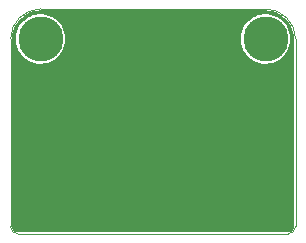
<source format=gbr>
%TF.GenerationSoftware,KiCad,Pcbnew,5.99.0-unknown-0e3b001c51~134~ubuntu20.04.1*%
%TF.CreationDate,2021-11-30T16:29:56+01:00*%
%TF.ProjectId,accelerometer,61636365-6c65-4726-9f6d-657465722e6b,0.0.1*%
%TF.SameCoordinates,Original*%
%TF.FileFunction,Copper,L2,Bot*%
%TF.FilePolarity,Positive*%
%FSLAX46Y46*%
G04 Gerber Fmt 4.6, Leading zero omitted, Abs format (unit mm)*
G04 Created by KiCad (PCBNEW 5.99.0-unknown-0e3b001c51~134~ubuntu20.04.1) date 2021-11-30 16:29:56*
%MOMM*%
%LPD*%
G01*
G04 APERTURE LIST*
%TA.AperFunction,Profile*%
%ADD10C,0.100000*%
%TD*%
%TA.AperFunction,ComponentPad*%
%ADD11C,3.800000*%
%TD*%
%TA.AperFunction,ViaPad*%
%ADD12C,0.800000*%
%TD*%
G04 APERTURE END LIST*
D10*
X158115000Y-87503000D02*
G75*
G03*
X155575000Y-84963000I-2540000J0D01*
G01*
X133985000Y-103378000D02*
X133985000Y-87503000D01*
X158115000Y-103378000D02*
X158115000Y-87503000D01*
X133985000Y-103378000D02*
G75*
G03*
X134620000Y-104013000I635000J0D01*
G01*
X136525000Y-84963000D02*
G75*
G03*
X133985000Y-87503000I0J-2540000D01*
G01*
X155575000Y-84963000D02*
X136525000Y-84963000D01*
X158115000Y-103378000D02*
G75*
G02*
X157480000Y-104013000I-635000J0D01*
G01*
X134620000Y-104013000D02*
X157480000Y-104013000D01*
D11*
%TO.P,H3,1*%
%TO.N,N/C*%
X155575000Y-87503000D03*
%TD*%
%TO.P,H4,1*%
%TO.N,N/C*%
X136525000Y-87503000D03*
%TD*%
D12*
%TO.N,GND*%
X139573000Y-87757000D03*
X151384000Y-92456000D03*
X146812000Y-93726000D03*
X152273000Y-87503000D03*
%TD*%
%TA.AperFunction,Conductor*%
%TO.N,GND*%
G36*
X155543113Y-85090187D02*
G01*
X155558976Y-85090187D01*
X155575000Y-85094480D01*
X155585812Y-85091583D01*
X155588546Y-85092385D01*
X155588640Y-85090825D01*
X155858248Y-85107134D01*
X155873352Y-85108968D01*
X156144971Y-85158744D01*
X156159744Y-85162385D01*
X156423392Y-85244541D01*
X156437610Y-85249933D01*
X156689434Y-85363270D01*
X156702890Y-85370333D01*
X156939216Y-85513196D01*
X156951737Y-85521838D01*
X156954223Y-85523786D01*
X157169121Y-85692148D01*
X157180509Y-85702238D01*
X157375762Y-85897491D01*
X157385852Y-85908879D01*
X157521355Y-86081835D01*
X157556161Y-86126262D01*
X157564803Y-86138783D01*
X157707667Y-86375110D01*
X157714730Y-86388566D01*
X157727144Y-86416149D01*
X157828065Y-86640386D01*
X157833459Y-86654608D01*
X157838531Y-86670883D01*
X157915615Y-86918256D01*
X157919256Y-86933029D01*
X157969032Y-87204648D01*
X157970866Y-87219752D01*
X157987175Y-87489360D01*
X157985938Y-87489435D01*
X157986525Y-87491785D01*
X157983520Y-87503000D01*
X157987813Y-87519024D01*
X157987813Y-87534887D01*
X157988000Y-87536308D01*
X157988000Y-103344692D01*
X157987813Y-103346113D01*
X157987813Y-103361978D01*
X157983520Y-103378000D01*
X157985246Y-103384443D01*
X157983778Y-103389444D01*
X157986674Y-103389770D01*
X157976853Y-103476934D01*
X157970574Y-103504443D01*
X157942381Y-103585013D01*
X157930140Y-103610432D01*
X157884723Y-103682714D01*
X157867130Y-103704774D01*
X157806774Y-103765130D01*
X157784714Y-103782723D01*
X157712432Y-103828140D01*
X157687013Y-103840381D01*
X157606443Y-103868574D01*
X157578934Y-103874853D01*
X157491770Y-103884674D01*
X157491469Y-103882000D01*
X157486710Y-103883318D01*
X157480000Y-103881520D01*
X157463978Y-103885813D01*
X157448113Y-103885813D01*
X157446692Y-103886000D01*
X134653308Y-103886000D01*
X134651887Y-103885813D01*
X134636022Y-103885813D01*
X134620000Y-103881520D01*
X134613557Y-103883246D01*
X134608556Y-103881778D01*
X134608230Y-103884674D01*
X134521066Y-103874853D01*
X134493557Y-103868574D01*
X134412987Y-103840381D01*
X134387568Y-103828140D01*
X134315286Y-103782723D01*
X134293226Y-103765130D01*
X134232870Y-103704774D01*
X134215277Y-103682714D01*
X134169860Y-103610432D01*
X134157619Y-103585013D01*
X134129426Y-103504443D01*
X134123147Y-103476934D01*
X134113326Y-103389770D01*
X134116000Y-103389469D01*
X134114682Y-103384710D01*
X134116480Y-103378000D01*
X134112187Y-103361978D01*
X134112187Y-103346113D01*
X134112000Y-103344692D01*
X134112000Y-87536308D01*
X134112187Y-87534887D01*
X134112187Y-87519024D01*
X134116480Y-87503000D01*
X134113583Y-87492188D01*
X134114385Y-87489454D01*
X134112825Y-87489360D01*
X134113334Y-87480953D01*
X134419707Y-87480953D01*
X134436194Y-87766878D01*
X134437019Y-87771083D01*
X134437020Y-87771091D01*
X134468853Y-87933342D01*
X134491332Y-88047920D01*
X134492719Y-88051970D01*
X134492720Y-88051975D01*
X134514484Y-88115542D01*
X134584102Y-88318878D01*
X134712787Y-88574740D01*
X134715213Y-88578269D01*
X134715216Y-88578275D01*
X134753920Y-88634589D01*
X134875006Y-88810770D01*
X135067756Y-89022600D01*
X135287472Y-89206311D01*
X135530088Y-89358503D01*
X135533990Y-89360265D01*
X135533994Y-89360267D01*
X135787202Y-89474595D01*
X135787206Y-89474597D01*
X135791114Y-89476361D01*
X135795233Y-89477581D01*
X136061606Y-89556485D01*
X136061611Y-89556486D01*
X136065719Y-89557703D01*
X136069953Y-89558351D01*
X136069958Y-89558352D01*
X136317214Y-89596187D01*
X136348824Y-89601024D01*
X136494589Y-89603314D01*
X136630898Y-89605456D01*
X136630904Y-89605456D01*
X136635189Y-89605523D01*
X136639441Y-89605008D01*
X136639449Y-89605008D01*
X136859221Y-89578411D01*
X136919514Y-89571115D01*
X136923662Y-89570027D01*
X136923666Y-89570026D01*
X137192388Y-89499528D01*
X137196539Y-89498439D01*
X137200500Y-89496799D01*
X137200504Y-89496797D01*
X137343370Y-89437620D01*
X137461138Y-89388839D01*
X137510034Y-89360267D01*
X137704717Y-89246503D01*
X137704718Y-89246503D01*
X137708415Y-89244342D01*
X137933793Y-89067623D01*
X137980491Y-89019435D01*
X138130119Y-88865030D01*
X138133102Y-88861952D01*
X138135635Y-88858504D01*
X138135639Y-88858499D01*
X138300117Y-88634589D01*
X138302655Y-88631134D01*
X138331355Y-88578275D01*
X138437263Y-88383217D01*
X138437264Y-88383215D01*
X138439313Y-88379441D01*
X138540548Y-88111530D01*
X138604487Y-87832358D01*
X138629946Y-87547092D01*
X138630408Y-87503000D01*
X138628905Y-87480953D01*
X153469707Y-87480953D01*
X153486194Y-87766878D01*
X153487019Y-87771083D01*
X153487020Y-87771091D01*
X153518853Y-87933342D01*
X153541332Y-88047920D01*
X153542719Y-88051970D01*
X153542720Y-88051975D01*
X153564484Y-88115542D01*
X153634102Y-88318878D01*
X153762787Y-88574740D01*
X153765213Y-88578269D01*
X153765216Y-88578275D01*
X153803920Y-88634589D01*
X153925006Y-88810770D01*
X154117756Y-89022600D01*
X154337472Y-89206311D01*
X154580088Y-89358503D01*
X154583990Y-89360265D01*
X154583994Y-89360267D01*
X154837202Y-89474595D01*
X154837206Y-89474597D01*
X154841114Y-89476361D01*
X154845233Y-89477581D01*
X155111606Y-89556485D01*
X155111611Y-89556486D01*
X155115719Y-89557703D01*
X155119953Y-89558351D01*
X155119958Y-89558352D01*
X155367214Y-89596187D01*
X155398824Y-89601024D01*
X155544589Y-89603314D01*
X155680898Y-89605456D01*
X155680904Y-89605456D01*
X155685189Y-89605523D01*
X155689441Y-89605008D01*
X155689449Y-89605008D01*
X155909221Y-89578411D01*
X155969514Y-89571115D01*
X155973662Y-89570027D01*
X155973666Y-89570026D01*
X156242388Y-89499528D01*
X156246539Y-89498439D01*
X156250500Y-89496799D01*
X156250504Y-89496797D01*
X156393370Y-89437620D01*
X156511138Y-89388839D01*
X156560034Y-89360267D01*
X156754717Y-89246503D01*
X156754718Y-89246503D01*
X156758415Y-89244342D01*
X156983793Y-89067623D01*
X157030491Y-89019435D01*
X157180119Y-88865030D01*
X157183102Y-88861952D01*
X157185635Y-88858504D01*
X157185639Y-88858499D01*
X157350117Y-88634589D01*
X157352655Y-88631134D01*
X157381355Y-88578275D01*
X157487263Y-88383217D01*
X157487264Y-88383215D01*
X157489313Y-88379441D01*
X157590548Y-88111530D01*
X157654487Y-87832358D01*
X157679946Y-87547092D01*
X157680408Y-87503000D01*
X157660928Y-87217263D01*
X157602850Y-86936814D01*
X157507248Y-86666842D01*
X157375891Y-86412342D01*
X157373428Y-86408837D01*
X157213673Y-86181529D01*
X157213668Y-86181523D01*
X157211209Y-86178024D01*
X157016251Y-85968224D01*
X157012935Y-85965510D01*
X157012932Y-85965507D01*
X156797941Y-85789539D01*
X156794623Y-85786823D01*
X156550427Y-85637180D01*
X156532419Y-85629275D01*
X156292110Y-85523786D01*
X156292106Y-85523785D01*
X156288182Y-85522062D01*
X156012739Y-85443600D01*
X155802881Y-85413733D01*
X155733448Y-85403851D01*
X155733446Y-85403851D01*
X155729196Y-85403246D01*
X155577333Y-85402451D01*
X155447086Y-85401769D01*
X155447080Y-85401769D01*
X155442800Y-85401747D01*
X155438556Y-85402306D01*
X155438552Y-85402306D01*
X155345398Y-85414570D01*
X155158851Y-85439129D01*
X155154711Y-85440262D01*
X155154709Y-85440262D01*
X155138209Y-85444776D01*
X154882602Y-85514702D01*
X154878654Y-85516386D01*
X154623117Y-85625382D01*
X154623113Y-85625384D01*
X154619165Y-85627068D01*
X154373415Y-85774146D01*
X154149900Y-85953215D01*
X153952755Y-86160962D01*
X153785629Y-86393543D01*
X153651614Y-86646653D01*
X153650139Y-86650684D01*
X153555755Y-86908602D01*
X153553190Y-86915610D01*
X153492178Y-87195436D01*
X153469707Y-87480953D01*
X138628905Y-87480953D01*
X138610928Y-87217263D01*
X138552850Y-86936814D01*
X138457248Y-86666842D01*
X138325891Y-86412342D01*
X138323428Y-86408837D01*
X138163673Y-86181529D01*
X138163668Y-86181523D01*
X138161209Y-86178024D01*
X137966251Y-85968224D01*
X137962935Y-85965510D01*
X137962932Y-85965507D01*
X137747941Y-85789539D01*
X137744623Y-85786823D01*
X137500427Y-85637180D01*
X137482419Y-85629275D01*
X137242110Y-85523786D01*
X137242106Y-85523785D01*
X137238182Y-85522062D01*
X136962739Y-85443600D01*
X136752881Y-85413733D01*
X136683448Y-85403851D01*
X136683446Y-85403851D01*
X136679196Y-85403246D01*
X136527333Y-85402451D01*
X136397086Y-85401769D01*
X136397080Y-85401769D01*
X136392800Y-85401747D01*
X136388556Y-85402306D01*
X136388552Y-85402306D01*
X136295398Y-85414570D01*
X136108851Y-85439129D01*
X136104711Y-85440262D01*
X136104709Y-85440262D01*
X136088209Y-85444776D01*
X135832602Y-85514702D01*
X135828654Y-85516386D01*
X135573117Y-85625382D01*
X135573113Y-85625384D01*
X135569165Y-85627068D01*
X135323415Y-85774146D01*
X135099900Y-85953215D01*
X134902755Y-86160962D01*
X134735629Y-86393543D01*
X134601614Y-86646653D01*
X134600139Y-86650684D01*
X134505755Y-86908602D01*
X134503190Y-86915610D01*
X134442178Y-87195436D01*
X134419707Y-87480953D01*
X134113334Y-87480953D01*
X134129134Y-87219752D01*
X134130968Y-87204648D01*
X134180744Y-86933029D01*
X134184385Y-86918256D01*
X134261469Y-86670883D01*
X134266541Y-86654608D01*
X134271935Y-86640386D01*
X134372856Y-86416149D01*
X134385270Y-86388566D01*
X134392333Y-86375110D01*
X134535197Y-86138783D01*
X134543839Y-86126262D01*
X134578646Y-86081835D01*
X134714148Y-85908879D01*
X134724238Y-85897491D01*
X134919491Y-85702238D01*
X134930879Y-85692148D01*
X135145777Y-85523786D01*
X135148263Y-85521838D01*
X135160784Y-85513196D01*
X135397110Y-85370333D01*
X135410566Y-85363270D01*
X135662390Y-85249933D01*
X135676608Y-85244541D01*
X135940256Y-85162385D01*
X135955029Y-85158744D01*
X136226648Y-85108968D01*
X136241752Y-85107134D01*
X136511360Y-85090825D01*
X136511435Y-85092062D01*
X136513785Y-85091475D01*
X136525000Y-85094480D01*
X136541024Y-85090187D01*
X136556887Y-85090187D01*
X136558308Y-85090000D01*
X155541692Y-85090000D01*
X155543113Y-85090187D01*
G37*
%TD.AperFunction*%
%TD*%
M02*

</source>
